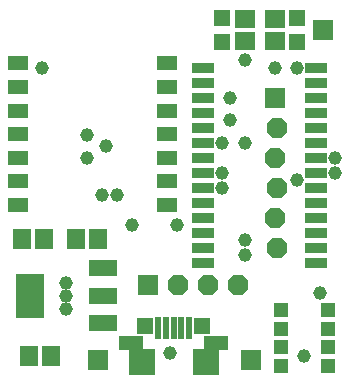
<source format=gts>
G75*
%MOIN*%
%OFA0B0*%
%FSLAX25Y25*%
%IPPOS*%
%LPD*%
%AMOC8*
5,1,8,0,0,1.08239X$1,22.5*
%
%ADD10R,0.05918X0.06706*%
%ADD11R,0.07493X0.03359*%
%ADD12R,0.06800X0.06800*%
%ADD13OC8,0.06800*%
%ADD14R,0.05524X0.05524*%
%ADD15R,0.07099X0.05918*%
%ADD16R,0.06706X0.04737*%
%ADD17R,0.09600X0.05600*%
%ADD18R,0.09461X0.14973*%
%ADD19R,0.02375X0.07690*%
%ADD20R,0.08674X0.08674*%
%ADD21C,0.04934*%
%ADD22R,0.08400X0.04600*%
%ADD23R,0.04737X0.04737*%
%ADD24R,0.05918X0.07099*%
%ADD25C,0.04562*%
D10*
X0012360Y0013700D03*
X0019840Y0013700D03*
X0027960Y0052800D03*
X0035440Y0052800D03*
D11*
X0070481Y0054800D03*
X0070481Y0049800D03*
X0070481Y0044800D03*
X0070481Y0059800D03*
X0070481Y0064800D03*
X0070481Y0069800D03*
X0070481Y0074800D03*
X0070481Y0079800D03*
X0070481Y0084800D03*
X0070481Y0089800D03*
X0070481Y0094800D03*
X0070481Y0099800D03*
X0070481Y0104800D03*
X0070481Y0109800D03*
X0108119Y0109800D03*
X0108119Y0104800D03*
X0108119Y0099800D03*
X0108119Y0094800D03*
X0108119Y0089800D03*
X0108119Y0084800D03*
X0108119Y0079800D03*
X0108119Y0074800D03*
X0108119Y0069800D03*
X0108119Y0064800D03*
X0108119Y0059800D03*
X0108119Y0054800D03*
X0108119Y0049800D03*
X0108119Y0044800D03*
D12*
X0086400Y0012300D03*
X0051900Y0037400D03*
X0035500Y0012300D03*
X0094300Y0099800D03*
X0110500Y0122300D03*
D13*
X0094925Y0089800D03*
X0094300Y0079800D03*
X0094925Y0069800D03*
X0094300Y0059800D03*
X0094925Y0049800D03*
X0081900Y0037400D03*
X0071900Y0037400D03*
X0061900Y0037400D03*
D14*
X0070148Y0023640D03*
X0051038Y0023640D03*
X0076800Y0118166D03*
X0076800Y0126434D03*
X0101800Y0126434D03*
X0101800Y0118166D03*
D15*
X0094300Y0118560D03*
X0094300Y0126040D03*
X0084300Y0126040D03*
X0084300Y0118560D03*
D16*
X0058434Y0111198D03*
X0058434Y0103324D03*
X0058434Y0095450D03*
X0058434Y0087576D03*
X0058434Y0079702D03*
X0058434Y0071828D03*
X0058434Y0063954D03*
X0008828Y0063954D03*
X0008828Y0071828D03*
X0008828Y0079702D03*
X0008828Y0087576D03*
X0008828Y0095450D03*
X0008828Y0103324D03*
X0008828Y0111198D03*
D17*
X0037000Y0042900D03*
X0037000Y0033800D03*
X0037000Y0024700D03*
D18*
X0012599Y0033800D03*
D19*
X0055482Y0022815D03*
X0058041Y0022815D03*
X0060600Y0022815D03*
X0063159Y0022815D03*
X0065718Y0022815D03*
D20*
X0071328Y0011693D03*
X0049872Y0011693D03*
D21*
X0051053Y0023622D03*
X0070147Y0023622D03*
D22*
X0074781Y0017868D03*
X0046404Y0017900D03*
D23*
X0096226Y0016650D03*
X0096226Y0022550D03*
X0096226Y0028850D03*
X0111974Y0028850D03*
X0111974Y0022550D03*
X0111974Y0016650D03*
X0111974Y0010350D03*
X0096226Y0010350D03*
D24*
X0017440Y0052800D03*
X0009960Y0052800D03*
D25*
X0024800Y0038100D03*
X0024800Y0033700D03*
X0024800Y0029300D03*
X0046800Y0057300D03*
X0041800Y0067300D03*
X0036800Y0067300D03*
X0031800Y0079800D03*
X0037900Y0083500D03*
X0031800Y0087300D03*
X0016800Y0109800D03*
X0061800Y0057300D03*
X0076800Y0069800D03*
X0076800Y0074800D03*
X0076800Y0084800D03*
X0076800Y0084800D03*
X0079300Y0092300D03*
X0084300Y0084800D03*
X0079300Y0099800D03*
X0084300Y0112300D03*
X0094300Y0109800D03*
X0101800Y0109800D03*
X0114300Y0079800D03*
X0114300Y0074800D03*
X0101800Y0072300D03*
X0084300Y0052300D03*
X0084300Y0047300D03*
X0109300Y0034800D03*
X0104100Y0013600D03*
X0059300Y0014800D03*
M02*

</source>
